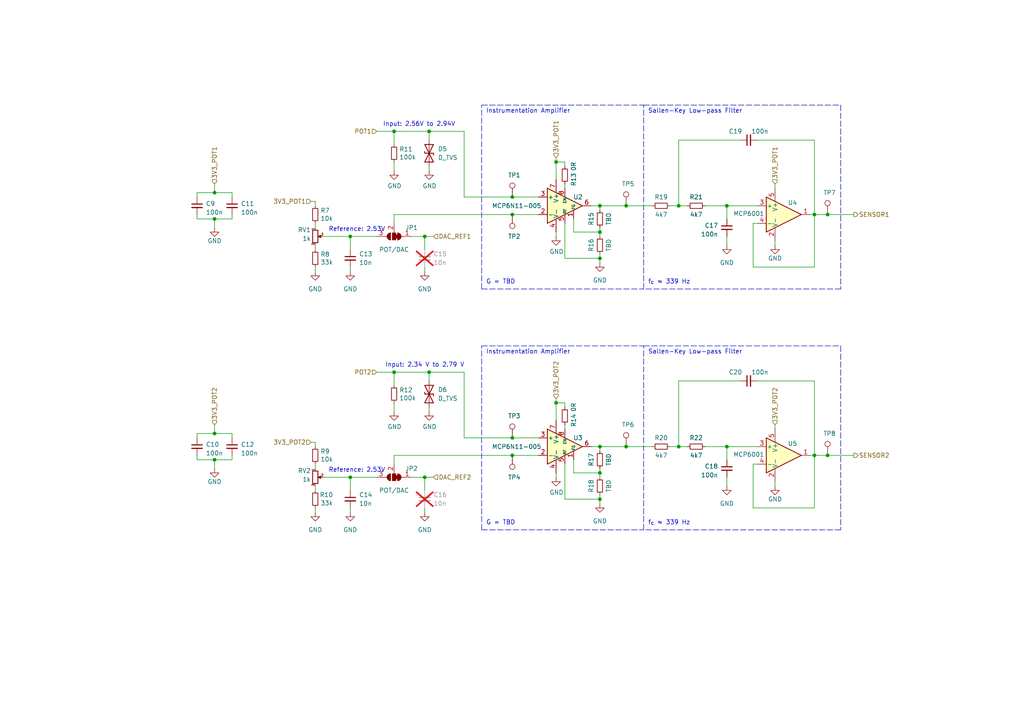
<source format=kicad_sch>
(kicad_sch (version 20230121) (generator eeschema)
  (paper "A4")
  (title_block (date "2023-04-22") (rev "2.0") (company "S. Sambor") (comment 1 "J. Jurczak") (comment 2 "P. Gawron") (comment 3 "I. Kajdan"))
  (lib_symbols
    (symbol "Amplifier_Operational:MCP6001-OT" (pin_names (offset 0.127))
      (property "Reference" "U" (at -1.27 6.35 0))
      (property "Value" "MCP6001-OT" (at -1.27 3.81 0))
      (symbol "MCP6001-OT_0_1"
        (polyline (pts (xy -5.08 5.08) (xy 5.08 0) (xy -5.08 -5.08) (xy -5.08 5.08)) (stroke (width 0.254)) (fill (type background)))
        (pin power_in line (at -2.54 -7.62 90) (length 3.81) (name "V-") (number "2"))
        (pin power_in line (at -2.54 7.62 270) (length 3.81) (name "V+") (number "5"))
      )
      (symbol "MCP6001-OT_1_1"
        (pin output line (at 7.62 0 180) (length 2.54) (name "~") (number "1"))
        (pin input line (at -7.62 2.54 0) (length 2.54) (name "+") (number "3"))
        (pin input line (at -7.62 -2.54 0) (length 2.54) (name "-") (number "4"))
      )
    )
    (symbol "Connector:TestPoint" (pin_numbers hide) (pin_names (offset 0.762) hide)
      (property "Reference" "TP" (at 0 6.858 0))
      (property "Value" "TestPoint" (at 0 5.08 0))
      (symbol "TestPoint_0_1"
        (circle (center 0 3.302) (radius 0.762))
      )
      (symbol "TestPoint_1_1"
        (pin passive line (at 0 0 90) (length 2.54) (name "1") (number "1"))
      )
    )
    (symbol "Device:C_Small" (pin_numbers hide) (pin_names (offset 0.254) hide)
      (property "Reference" "C" (at 0.254 1.778 0))
      (property "Value" "C_Small" (at 0.254 -2.032 0))
      (symbol "C_Small_0_1"
        (polyline (pts (xy -1.524 -0.508) (xy 1.524 -0.508)) (stroke (width 0.3302)))
        (polyline (pts (xy -1.524 0.508) (xy 1.524 0.508)) (stroke (width 0.3048)))
      )
      (symbol "C_Small_1_1"
        (pin passive line (at 0 2.54 270) (length 2.032) (name "~") (number "1"))
        (pin passive line (at 0 -2.54 90) (length 2.032) (name "~") (number "2"))
      )
    )
    (symbol "Device:D_TVS" (pin_numbers hide) (pin_names (offset 1.016) hide)
      (property "Reference" "D" (at 0 2.54 0))
      (property "Value" "D_TVS" (at 0 -2.54 0))
      (symbol "D_TVS_0_1"
        (polyline (pts (xy 1.27 0) (xy -1.27 0)))
        (polyline (pts (xy 0.508 1.27) (xy 0 1.27) (xy 0 -1.27) (xy -0.508 -1.27)) (stroke (width 0.254)))
        (polyline (pts (xy -2.54 1.27) (xy -2.54 -1.27) (xy 2.54 1.27) (xy 2.54 -1.27) (xy -2.54 1.27)) (stroke (width 0.254)))
      )
      (symbol "D_TVS_1_1"
        (pin passive line (at -3.81 0 0) (length 2.54) (name "A1") (number "1"))
        (pin passive line (at 3.81 0 180) (length 2.54) (name "A2") (number "2"))
      )
    )
    (symbol "Device:R_Potentiometer_Small" (pin_names (offset 1.016) hide)
      (property "Reference" "RV" (at -4.445 0 90))
      (property "Value" "R_Potentiometer_Small" (at -2.54 0 90))
      (symbol "R_Potentiometer_Small_0_1"
        (polyline (pts (xy 0.889 0) (xy 0.635 0) (xy 1.651 0.381) (xy 1.651 -0.381) (xy 0.635 0) (xy 0.889 0)) (fill (type outline)))
        (rectangle (start 0.762 1.8034) (end -0.762 -1.8034) (stroke (width 0.254)))
      )
      (symbol "R_Potentiometer_Small_1_1"
        (pin passive line (at 0 2.54 270) (length 0.635) (name "1") (number "1"))
        (pin passive line (at 2.54 0 180) (length 0.9906) (name "2") (number "2"))
        (pin passive line (at 0 -2.54 90) (length 0.635) (name "3") (number "3"))
      )
    )
    (symbol "Device:R_Small" (pin_numbers hide) (pin_names (offset 0.254) hide)
      (property "Reference" "R" (at 0.762 0.508 0))
      (property "Value" "R_Small" (at 0.762 -1.016 0))
      (symbol "R_Small_0_1"
        (rectangle (start -0.762 1.778) (end 0.762 -1.778) (stroke (width 0.2032)))
      )
      (symbol "R_Small_1_1"
        (pin passive line (at 0 2.54 270) (length 0.762) (name "~") (number "1"))
        (pin passive line (at 0 -2.54 90) (length 0.762) (name "~") (number "2"))
      )
    )
    (symbol "Jumper:SolderJumper_3_Bridged12" (pin_names (offset 0) hide)
      (property "Reference" "JP" (at -2.54 -2.54 0))
      (property "Value" "SolderJumper_3_Bridged12" (at 0 2.794 0))
      (symbol "SolderJumper_3_Bridged12_0_1"
        (rectangle (start -1.016 0.508) (end -0.508 -0.508) (fill (type outline)))
        (arc (start -1.016 1.016) (mid -2.0276 0) (end -1.016 -1.016))
        (arc (start -1.016 1.016) (mid -2.0276 0) (end -1.016 -1.016) (fill (type outline)))
        (rectangle (start -0.508 1.016) (end 0.508 -1.016) (fill (type outline)))
        (polyline (pts (xy -2.54 0) (xy -2.032 0)))
        (polyline (pts (xy -1.016 1.016) (xy -1.016 -1.016)))
        (polyline (pts (xy 0 -1.27) (xy 0 -1.016)))
        (polyline (pts (xy 1.016 1.016) (xy 1.016 -1.016)))
        (polyline (pts (xy 2.54 0) (xy 2.032 0)))
        (arc (start 1.016 -1.016) (mid 2.0276 0) (end 1.016 1.016))
        (arc (start 1.016 -1.016) (mid 2.0276 0) (end 1.016 1.016) (fill (type outline)))
      )
      (symbol "SolderJumper_3_Bridged12_1_1"
        (pin passive line (at -5.08 0 0) (length 2.54) (name "A") (number "1"))
        (pin passive line (at 0 -3.81 90) (length 2.54) (name "C") (number "2"))
        (pin passive line (at 5.08 0 180) (length 2.54) (name "B") (number "3"))
      )
    )
    (symbol "MCP6N11:MCP6N11" (pin_names (offset 0.127))
      (property "Reference" "U" (at 3.81 6.35 0))
      (property "Value" "MCP6N11-xE" (at 3.81 3.81 0))
      (symbol "MCP6N11_0_1"
        (polyline (pts (xy -5.08 5.08) (xy 5.08 0) (xy -5.08 -5.08) (xy -5.08 5.08)) (stroke (width 0.254)) (fill (type background)))
      )
      (symbol "MCP6N11_1_1"
        (pin passive line (at 2.54 -3.81 90) (length 2.54) (name "FG") (number "1"))
        (pin input line (at -7.62 -2.54 0) (length 2.54) (name "-") (number "2"))
        (pin input line (at -7.62 2.54 0) (length 2.54) (name "+") (number "3"))
        (pin power_in line (at -2.54 -7.62 90) (length 3.81) (name "V-") (number "4"))
        (pin passive line (at 0 -5.08 90) (length 2.54) (name "RF") (number "5"))
        (pin output line (at 7.62 0 180) (length 2.54) (name "~") (number "6"))
        (pin power_in line (at -2.54 7.62 270) (length 3.81) (name "V+") (number "7"))
        (pin input line (at 0 5.08 270) (length 2.54) (name "EN") (number "8"))
        (pin passive line (at -2.54 -7.62 90) (length 3.81) hide (name "EP") (number "9"))
      )
    )
    (symbol "power:GND" (power) (pin_names (offset 0))
      (property "Value" "GND" (at 0 -3.81 0))
      (symbol "GND_0_1"
        (polyline (pts (xy 0 0) (xy 0 -1.27) (xy 1.27 -1.27) (xy 0 -2.54) (xy -1.27 -1.27) (xy 0 -1.27)))
      )
      (symbol "GND_1_1"
        (pin power_in line (at 0 0 270) (length 0) hide (name "GND") (number "1"))
      )
    )
  )
  (junction (at 240.03 62.23))
  (junction (at 123.19 138.43))
  (junction (at 240.03 132.08))
  (junction (at 101.6 68.58))
  (junction (at 123.19 68.58))
  (junction (at 236.22 132.08))
  (junction (at 161.29 116.84))
  (junction (at 148.59 57.15))
  (junction (at 62.23 55.88))
  (junction (at 196.85 129.54))
  (junction (at 173.99 144.78))
  (junction (at 148.59 127))
  (junction (at 62.23 125.73))
  (junction (at 62.23 133.35))
  (junction (at 114.3 38.1))
  (junction (at 124.46 38.1))
  (junction (at 101.6 138.43))
  (junction (at 210.82 59.69))
  (junction (at 124.46 107.95))
  (junction (at 114.3 107.95))
  (junction (at 210.82 129.54))
  (junction (at 196.85 59.69))
  (junction (at 62.23 63.5))
  (junction (at 173.99 74.93))
  (junction (at 173.99 67.31))
  (junction (at 181.61 129.54))
  (junction (at 173.99 129.54))
  (junction (at 173.99 59.69))
  (junction (at 148.59 132.08))
  (junction (at 148.59 62.23))
  (junction (at 173.99 137.16))
  (junction (at 181.61 59.69))
  (junction (at 161.29 46.99))
  (junction (at 236.22 62.23))
  (wire (pts (xy 101.6 147.32) (xy 101.6 148.59)))
  (wire (pts (xy 173.99 135.89) (xy 173.99 137.16)))
  (wire (pts (xy 134.62 127) (xy 148.59 127)))
  (wire (pts (xy 204.47 59.69) (xy 210.82 59.69)))
  (wire (pts (xy 123.19 68.58) (xy 119.38 68.58)))
  (wire (pts (xy 161.29 116.84) (xy 161.29 121.92)))
  (wire (pts (xy 114.3 62.23) (xy 148.59 62.23)))
  (wire (pts (xy 219.71 110.49) (xy 236.22 110.49)))
  (wire (pts (xy 161.29 68.58) (xy 161.29 67.31)))
  (wire (pts (xy 173.99 59.69) (xy 181.61 59.69)))
  (wire (pts (xy 219.71 40.64) (xy 236.22 40.64)))
  (wire (pts (xy 173.99 67.31) (xy 173.99 68.58)))
  (wire (pts (xy 224.79 71.12) (xy 224.79 69.85)))
  (wire (pts (xy 163.83 64.77) (xy 163.83 74.93)))
  (wire (pts (xy 218.44 147.32) (xy 236.22 147.32)))
  (wire (pts (xy 57.15 125.73) (xy 62.23 125.73)))
  (wire (pts (xy 173.99 66.04) (xy 173.99 67.31)))
  (wire (pts (xy 67.31 125.73) (xy 62.23 125.73)))
  (polyline (pts (xy 139.7 83.82) (xy 139.7 30.48)) (stroke (width 0) (type dash)))
  (wire (pts (xy 101.6 68.58) (xy 101.6 72.39)))
  (wire (pts (xy 91.44 77.47) (xy 91.44 78.74)))
  (wire (pts (xy 219.71 134.62) (xy 218.44 134.62)))
  (wire (pts (xy 173.99 59.69) (xy 173.99 60.96)))
  (wire (pts (xy 173.99 137.16) (xy 173.99 138.43)))
  (wire (pts (xy 210.82 138.43) (xy 210.82 140.97)))
  (polyline (pts (xy 243.84 83.82) (xy 186.69 83.82)) (stroke (width 0) (type dash)))
  (wire (pts (xy 114.3 64.77) (xy 114.3 62.23)))
  (wire (pts (xy 124.46 107.95) (xy 134.62 107.95)))
  (wire (pts (xy 90.17 128.27) (xy 91.44 128.27)))
  (wire (pts (xy 91.44 134.62) (xy 91.44 135.89)))
  (wire (pts (xy 163.83 123.19) (xy 163.83 124.46)))
  (wire (pts (xy 236.22 132.08) (xy 234.95 132.08)))
  (wire (pts (xy 124.46 119.38) (xy 124.46 118.11)))
  (wire (pts (xy 173.99 74.93) (xy 173.99 76.2)))
  (wire (pts (xy 57.15 62.23) (xy 57.15 63.5)))
  (polyline (pts (xy 243.84 153.67) (xy 186.69 153.67)) (stroke (width 0) (type dash)))
  (wire (pts (xy 62.23 66.04) (xy 62.23 63.5)))
  (wire (pts (xy 181.61 59.69) (xy 189.23 59.69)))
  (wire (pts (xy 236.22 62.23) (xy 234.95 62.23)))
  (wire (pts (xy 196.85 129.54) (xy 199.39 129.54)))
  (wire (pts (xy 194.31 59.69) (xy 196.85 59.69)))
  (wire (pts (xy 114.3 119.38) (xy 114.3 116.84)))
  (wire (pts (xy 124.46 49.53) (xy 124.46 48.26)))
  (wire (pts (xy 148.59 127) (xy 156.21 127)))
  (wire (pts (xy 210.82 59.69) (xy 210.82 63.5)))
  (wire (pts (xy 173.99 73.66) (xy 173.99 74.93)))
  (wire (pts (xy 196.85 40.64) (xy 196.85 59.69)))
  (wire (pts (xy 166.37 67.31) (xy 173.99 67.31)))
  (wire (pts (xy 166.37 137.16) (xy 173.99 137.16)))
  (wire (pts (xy 194.31 129.54) (xy 196.85 129.54)))
  (wire (pts (xy 123.19 68.58) (xy 123.19 72.39)))
  (wire (pts (xy 91.44 140.97) (xy 91.44 142.24)))
  (polyline (pts (xy 186.69 83.82) (xy 186.69 30.48)) (stroke (width 0) (type dash)))
  (wire (pts (xy 114.3 134.62) (xy 114.3 132.08)))
  (wire (pts (xy 210.82 129.54) (xy 219.71 129.54)))
  (wire (pts (xy 163.83 134.62) (xy 163.83 144.78)))
  (wire (pts (xy 90.17 58.42) (xy 91.44 58.42)))
  (wire (pts (xy 62.23 125.73) (xy 62.23 123.19)))
  (wire (pts (xy 210.82 59.69) (xy 219.71 59.69)))
  (wire (pts (xy 163.83 46.99) (xy 163.83 48.26)))
  (wire (pts (xy 57.15 55.88) (xy 62.23 55.88)))
  (wire (pts (xy 210.82 68.58) (xy 210.82 71.12)))
  (wire (pts (xy 224.79 123.19) (xy 224.79 124.46)))
  (polyline (pts (xy 243.84 30.48) (xy 243.84 83.82)) (stroke (width 0) (type dash)))
  (wire (pts (xy 124.46 38.1) (xy 134.62 38.1)))
  (wire (pts (xy 224.79 140.97) (xy 224.79 139.7)))
  (wire (pts (xy 123.19 138.43) (xy 123.19 142.24)))
  (wire (pts (xy 196.85 110.49) (xy 196.85 129.54)))
  (wire (pts (xy 163.83 53.34) (xy 163.83 54.61)))
  (wire (pts (xy 163.83 74.93) (xy 173.99 74.93)))
  (wire (pts (xy 62.23 135.89) (xy 62.23 133.35)))
  (wire (pts (xy 57.15 55.88) (xy 57.15 57.15)))
  (wire (pts (xy 124.46 40.64) (xy 124.46 38.1)))
  (wire (pts (xy 219.71 64.77) (xy 218.44 64.77)))
  (wire (pts (xy 114.3 111.76) (xy 114.3 107.95)))
  (wire (pts (xy 101.6 68.58) (xy 109.22 68.58)))
  (wire (pts (xy 67.31 62.23) (xy 67.31 63.5)))
  (wire (pts (xy 67.31 127) (xy 67.31 125.73)))
  (wire (pts (xy 148.59 132.08) (xy 156.21 132.08)))
  (wire (pts (xy 161.29 46.99) (xy 163.83 46.99)))
  (wire (pts (xy 166.37 63.5) (xy 166.37 67.31)))
  (wire (pts (xy 124.46 110.49) (xy 124.46 107.95)))
  (wire (pts (xy 196.85 110.49) (xy 214.63 110.49)))
  (wire (pts (xy 236.22 77.47) (xy 236.22 62.23)))
  (wire (pts (xy 161.29 46.99) (xy 161.29 52.07)))
  (wire (pts (xy 57.15 132.08) (xy 57.15 133.35)))
  (polyline (pts (xy 243.84 100.33) (xy 243.84 153.67)) (stroke (width 0) (type dash)))
  (wire (pts (xy 218.44 77.47) (xy 236.22 77.47)))
  (wire (pts (xy 196.85 40.64) (xy 214.63 40.64)))
  (polyline (pts (xy 139.7 153.67) (xy 186.69 153.67)) (stroke (width 0) (type dash)))
  (wire (pts (xy 236.22 110.49) (xy 236.22 132.08)))
  (wire (pts (xy 171.45 129.54) (xy 173.99 129.54)))
  (wire (pts (xy 161.29 138.43) (xy 161.29 137.16)))
  (wire (pts (xy 236.22 147.32) (xy 236.22 132.08)))
  (wire (pts (xy 236.22 132.08) (xy 240.03 132.08)))
  (wire (pts (xy 134.62 57.15) (xy 148.59 57.15)))
  (polyline (pts (xy 139.7 30.48) (xy 186.69 30.48)) (stroke (width 0) (type dash)))
  (wire (pts (xy 67.31 55.88) (xy 62.23 55.88)))
  (wire (pts (xy 91.44 58.42) (xy 91.44 59.69)))
  (wire (pts (xy 91.44 71.12) (xy 91.44 72.39)))
  (wire (pts (xy 240.03 62.23) (xy 247.65 62.23)))
  (wire (pts (xy 67.31 57.15) (xy 67.31 55.88)))
  (wire (pts (xy 114.3 41.91) (xy 114.3 38.1)))
  (wire (pts (xy 57.15 63.5) (xy 62.23 63.5)))
  (wire (pts (xy 134.62 107.95) (xy 134.62 127)))
  (wire (pts (xy 240.03 132.08) (xy 247.65 132.08)))
  (wire (pts (xy 224.79 53.34) (xy 224.79 54.61)))
  (wire (pts (xy 114.3 107.95) (xy 124.46 107.95)))
  (wire (pts (xy 62.23 55.88) (xy 62.23 53.34)))
  (wire (pts (xy 134.62 38.1) (xy 134.62 57.15)))
  (wire (pts (xy 210.82 129.54) (xy 210.82 133.35)))
  (wire (pts (xy 196.85 59.69) (xy 199.39 59.69)))
  (wire (pts (xy 123.19 147.32) (xy 123.19 148.59)))
  (wire (pts (xy 161.29 115.57) (xy 161.29 116.84)))
  (wire (pts (xy 109.22 107.95) (xy 114.3 107.95)))
  (wire (pts (xy 171.45 59.69) (xy 173.99 59.69)))
  (wire (pts (xy 181.61 129.54) (xy 189.23 129.54)))
  (wire (pts (xy 101.6 138.43) (xy 109.22 138.43)))
  (wire (pts (xy 166.37 133.35) (xy 166.37 137.16)))
  (wire (pts (xy 93.98 68.58) (xy 101.6 68.58)))
  (wire (pts (xy 114.3 38.1) (xy 124.46 38.1)))
  (wire (pts (xy 67.31 132.08) (xy 67.31 133.35)))
  (wire (pts (xy 91.44 147.32) (xy 91.44 148.59)))
  (wire (pts (xy 218.44 134.62) (xy 218.44 147.32)))
  (wire (pts (xy 67.31 63.5) (xy 62.23 63.5)))
  (wire (pts (xy 148.59 62.23) (xy 156.21 62.23)))
  (wire (pts (xy 173.99 144.78) (xy 173.99 146.05)))
  (polyline (pts (xy 139.7 100.33) (xy 186.69 100.33)) (stroke (width 0) (type dash)))
  (wire (pts (xy 67.31 133.35) (xy 62.23 133.35)))
  (wire (pts (xy 91.44 128.27) (xy 91.44 129.54)))
  (wire (pts (xy 173.99 143.51) (xy 173.99 144.78)))
  (wire (pts (xy 236.22 40.64) (xy 236.22 62.23)))
  (wire (pts (xy 204.47 129.54) (xy 210.82 129.54)))
  (wire (pts (xy 57.15 133.35) (xy 62.23 133.35)))
  (polyline (pts (xy 186.69 100.33) (xy 243.84 100.33)) (stroke (width 0) (type dash)))
  (wire (pts (xy 173.99 129.54) (xy 181.61 129.54)))
  (wire (pts (xy 123.19 68.58) (xy 125.73 68.58)))
  (polyline (pts (xy 139.7 83.82) (xy 186.69 83.82)) (stroke (width 0) (type dash)))
  (wire (pts (xy 236.22 62.23) (xy 240.03 62.23)))
  (wire (pts (xy 173.99 129.54) (xy 173.99 130.81)))
  (wire (pts (xy 114.3 132.08) (xy 148.59 132.08)))
  (wire (pts (xy 93.98 138.43) (xy 101.6 138.43)))
  (wire (pts (xy 123.19 138.43) (xy 125.73 138.43)))
  (wire (pts (xy 163.83 118.11) (xy 163.83 116.84)))
  (wire (pts (xy 114.3 49.53) (xy 114.3 46.99)))
  (polyline (pts (xy 186.69 30.48) (xy 243.84 30.48)) (stroke (width 0) (type dash)))
  (polyline (pts (xy 186.69 153.67) (xy 186.69 100.33)) (stroke (width 0) (type dash)))
  (wire (pts (xy 123.19 138.43) (xy 119.38 138.43)))
  (wire (pts (xy 109.22 38.1) (xy 114.3 38.1)))
  (wire (pts (xy 101.6 77.47) (xy 101.6 78.74)))
  (wire (pts (xy 161.29 45.72) (xy 161.29 46.99)))
  (wire (pts (xy 148.59 57.15) (xy 156.21 57.15)))
  (wire (pts (xy 57.15 125.73) (xy 57.15 127)))
  (polyline (pts (xy 139.7 153.67) (xy 139.7 100.33)) (stroke (width 0) (type dash)))
  (wire (pts (xy 101.6 138.43) (xy 101.6 142.24)))
  (wire (pts (xy 163.83 144.78) (xy 173.99 144.78)))
  (wire (pts (xy 123.19 77.47) (xy 123.19 78.74)))
  (wire (pts (xy 91.44 64.77) (xy 91.44 66.04)))
  (wire (pts (xy 218.44 64.77) (xy 218.44 77.47)))
  (wire (pts (xy 161.29 116.84) (xy 163.83 116.84)))
  (text "Instrumentation Amplifier" (at 140.97 102.87 0) (effects (font (size 1.27 1.27)) (justify left bottom)))
  (text "Input: 2.56V to 2.94V" (at 132.08 36.83 0) (effects (font (size 1.27 1.27)) (justify right bottom)))
  (text "G = TBD" (at 140.97 152.4 0) (effects (font (size 1.27 1.27)) (justify left bottom)))
  (text "Reference: 2.53V" (at 111.76 137.16 0) (effects (font (size 1.27 1.27)) (justify right bottom)))
  (text "Input: 2.34 V to 2.79 V" (at 111.76 106.68 0) (effects (font (size 1.27 1.27)) (justify left bottom)))
  (text "f_{c} ≈ 339 Hz" (at 187.96 82.55 0) (effects (font (size 1.27 1.27)) (justify left bottom)))
  (text "Reference: 2.53V" (at 111.76 67.31 0) (effects (font (size 1.27 1.27)) (justify right bottom)))
  (text "Sallen-Key Low-pass Filter" (at 187.96 102.87 0) (effects (font (size 1.27 1.27)) (justify left bottom)))
  (text "Instrumentation Amplifier" (at 140.97 33.02 0) (effects (font (size 1.27 1.27)) (justify left bottom)))
  (text "G = TBD" (at 140.97 82.55 0) (effects (font (size 1.27 1.27)) (justify left bottom)))
  (text "f_{c} ≈ 339 Hz" (at 187.96 152.4 0) (effects (font (size 1.27 1.27)) (justify left bottom)))
  (text "Sallen-Key Low-pass Filter" (at 187.96 33.02 0) (effects (font (size 1.27 1.27)) (justify left bottom)))
  (hierarchical_label "POT1" (shape input) (at 109.22 38.1 180))
  (hierarchical_label "SENSOR1" (shape output) (at 247.65 62.23 0))
  (hierarchical_label "3V3_POT1" (shape input) (at 62.23 53.34 90))
  (hierarchical_label "3V3_POT1" (shape input) (at 224.79 53.34 90))
  (hierarchical_label "DAC_REF1" (shape input) (at 125.73 68.58 0))
  (hierarchical_label "3V3_POT2" (shape input) (at 161.29 115.57 90))
  (hierarchical_label "3V3_POT1" (shape input) (at 90.17 58.42 180))
  (hierarchical_label "3V3_POT1" (shape input) (at 161.29 45.72 90))
  (hierarchical_label "SENSOR2" (shape output) (at 247.65 132.08 0))
  (hierarchical_label "3V3_POT2" (shape input) (at 224.79 123.19 90))
  (hierarchical_label "POT2" (shape input) (at 109.22 107.95 180))
  (hierarchical_label "3V3_POT2" (shape input) (at 90.17 128.27 180))
  (hierarchical_label "DAC_REF2" (shape input) (at 125.73 138.43 0))
  (hierarchical_label "3V3_POT2" (shape input) (at 62.23 123.19 90))
  (symbol (lib_id "Connector:TestPoint") (at 181.61 59.69 0) (unit 1)
    (property "Reference" "TP5" (at 180.34 53.34 0) (effects (justify left)))
    (property "Value" "O1" (effects hide))
    (property "Footprint" "TestPoint:TestPoint_Pad_1.0x1.0mm" (effects hide))
  )
  (symbol (lib_id "power:GND") (at 62.23 66.04 0) (unit 1)
    (property "Reference" "#PWR010" (effects hide))
    (property "Value" "GND" (at 62.23 69.85 0))
  )
  (symbol (lib_id "Device:R_Potentiometer_Small") (at 91.44 68.58 0) (unit 1)
    (property "Reference" "RV1" (at 90.17 66.675 0) (effects (justify right)))
    (property "Value" "1k" (at 90.17 69.215 0) (effects (justify right)))
    (property "Footprint" "Potentiometer_SMD:Potentiometer_Bourns_3214J_Horizontal" (effects hide))
  )
  (symbol (lib_id "Device:C_Small") (at 210.82 66.04 0) (mirror y) (unit 1)
    (property "Reference" "C17" (at 208.28 65.4113 0) (effects (justify left)))
    (property "Value" "100n" (at 208.28 67.9513 0) (effects (justify left)))
    (property "Footprint" "Capacitor_SMD:C_0603_1608Metric_Pad1.08x0.95mm_HandSolder" (effects hide))
  )
  (symbol (lib_id "Connector:TestPoint") (at 148.59 62.23 180) (unit 1)
    (property "Reference" "TP2" (at 147.32 68.58 0) (effects (justify right)))
    (property "Value" "N1" (effects hide))
    (property "Footprint" "TestPoint:TestPoint_Pad_1.0x1.0mm" (effects hide))
  )
  (symbol (lib_id "Connector:TestPoint") (at 240.03 132.08 0) (unit 1)
    (property "Reference" "TP8" (at 238.76 125.73 0) (effects (justify left)))
    (property "Value" "F2" (effects hide))
    (property "Footprint" "TestPoint:TestPoint_Pad_1.0x1.0mm" (effects hide))
  )
  (symbol (lib_id "Device:R_Small") (at 191.77 129.54 90) (unit 1)
    (property "Reference" "R20" (at 191.77 127 90))
    (property "Value" "4k7" (at 191.77 132.08 90))
    (property "Footprint" "Resistor_SMD:R_0603_1608Metric_Pad0.98x0.95mm_HandSolder" (effects hide))
  )
  (symbol (lib_id "power:GND") (at 173.99 146.05 0) (unit 1)
    (property "Reference" "#PWR025" (effects hide))
    (property "Value" "GND" (at 173.99 151.13 0))
  )
  (symbol (lib_id "power:GND") (at 210.82 71.12 0) (unit 1)
    (property "Reference" "#PWR026" (effects hide))
    (property "Value" "GND" (at 210.82 76.2 0))
  )
  (symbol (lib_id "power:GND") (at 91.44 78.74 0) (unit 1)
    (property "Reference" "#PWR012" (effects hide))
    (property "Value" "GND" (at 91.44 83.82 0))
  )
  (symbol (lib_id "Device:R_Small") (at 91.44 62.23 0) (unit 1)
    (property "Reference" "R7" (at 92.9386 61.0616 0) (effects (justify left)))
    (property "Value" "10k" (at 92.9386 63.373 0) (effects (justify left)))
    (property "Footprint" "Resistor_SMD:R_0603_1608Metric_Pad0.98x0.95mm_HandSolder" (effects hide))
  )
  (symbol (lib_id "Device:R_Small") (at 191.77 59.69 90) (unit 1)
    (property "Reference" "R19" (at 191.77 57.15 90))
    (property "Value" "4k7" (at 191.77 62.23 90))
    (property "Footprint" "Resistor_SMD:R_0603_1608Metric_Pad0.98x0.95mm_HandSolder" (effects hide))
  )
  (symbol (lib_id "power:GND") (at 123.19 78.74 0) (unit 1)
    (property "Reference" "#PWR018" (effects hide))
    (property "Value" "GND" (at 123.19 83.82 0))
  )
  (symbol (lib_id "Amplifier_Operational:MCP6001-OT") (at 227.33 132.08 0) (unit 1)
    (property "Reference" "U5" (at 229.87 128.6511 0))
    (property "Value" "MCP6001" (at 217.17 131.81 0))
    (property "Footprint" "Package_TO_SOT_SMD:SOT-23-5" (effects hide))
    (property "Datasheet" "http://ww1.microchip.com/downloads/en/DeviceDoc/21733j.pdf" (effects hide))
  )
  (symbol (lib_id "power:GND") (at 101.6 78.74 0) (unit 1)
    (property "Reference" "#PWR014" (effects hide))
    (property "Value" "GND" (at 101.6 83.82 0))
  )
  (symbol (lib_id "Device:C_Small") (at 123.19 74.93 0) (unit 1) (dnp yes)
    (property "Reference" "C15" (at 125.73 73.66 0) (effects (justify left)))
    (property "Value" "10n" (at 125.73 76.2 0) (effects (justify left)))
    (property "Footprint" "Capacitor_SMD:C_0603_1608Metric_Pad1.08x0.95mm_HandSolder" (effects hide))
  )
  (symbol (lib_id "Device:R_Small") (at 173.99 140.97 180) (unit 1)
    (property "Reference" "R18" (at 171.45 140.97 90))
    (property "Value" "TBD" (at 176.53 140.97 90))
    (property "Footprint" "Resistor_SMD:R_0603_1608Metric_Pad0.98x0.95mm_HandSolder" (effects hide))
  )
  (symbol (lib_id "power:GND") (at 62.23 135.89 0) (unit 1)
    (property "Reference" "#PWR011" (effects hide))
    (property "Value" "GND" (at 62.23 139.7 0))
  )
  (symbol (lib_id "Device:C_Small") (at 57.15 59.69 0) (unit 1)
    (property "Reference" "C9" (at 59.69 59.0613 0) (effects (justify left)))
    (property "Value" "100n" (at 59.69 61.6013 0) (effects (justify left)))
    (property "Footprint" "Capacitor_SMD:C_0603_1608Metric_Pad1.08x0.95mm_HandSolder" (effects hide))
  )
  (symbol (lib_id "Device:R_Small") (at 201.93 129.54 90) (unit 1)
    (property "Reference" "R22" (at 201.93 127 90))
    (property "Value" "4k7" (at 201.93 132.08 90))
    (property "Footprint" "Resistor_SMD:R_0603_1608Metric_Pad0.98x0.95mm_HandSolder" (effects hide))
  )
  (symbol (lib_id "Device:D_TVS") (at 124.46 114.3 90) (unit 1)
    (property "Reference" "D6" (at 127 113.0299 90) (effects (justify right)))
    (property "Value" "D_TVS" (at 127 115.5699 90) (effects (justify right)))
    (property "Footprint" "Diode_SMD:D_0603_1608Metric_Pad1.05x0.95mm_HandSolder" (effects hide))
  )
  (symbol (lib_id "Device:R_Potentiometer_Small") (at 91.44 138.43 0) (unit 1)
    (property "Reference" "RV2" (at 90.17 136.525 0) (effects (justify right)))
    (property "Value" "1k" (at 90.17 139.065 0) (effects (justify right)))
    (property "Footprint" "Potentiometer_SMD:Potentiometer_Bourns_3214J_Horizontal" (effects hide))
  )
  (symbol (lib_id "Connector:TestPoint") (at 240.03 62.23 0) (unit 1)
    (property "Reference" "TP7" (at 238.76 55.88 0) (effects (justify left)))
    (property "Value" "F1" (effects hide))
    (property "Footprint" "TestPoint:TestPoint_Pad_1.0x1.0mm" (effects hide))
  )
  (symbol (lib_id "Device:R_Small") (at 163.83 120.65 180) (unit 1)
    (property "Reference" "R14" (at 166.37 121.92 90))
    (property "Value" "0R" (at 166.37 118.11 90))
    (property "Footprint" "Resistor_SMD:R_0603_1608Metric_Pad0.98x0.95mm_HandSolder" (effects hide))
  )
  (symbol (lib_id "Connector:TestPoint") (at 181.61 129.54 0) (unit 1)
    (property "Reference" "TP6" (at 180.34 123.19 0) (effects (justify left)))
    (property "Value" "O2" (effects hide))
    (property "Footprint" "TestPoint:TestPoint_Pad_1.0x1.0mm" (effects hide))
  )
  (symbol (lib_id "Amplifier_Operational:MCP6001-OT") (at 227.33 62.23 0) (unit 1)
    (property "Reference" "U4" (at 229.87 58.8011 0))
    (property "Value" "MCP6001" (at 217.17 61.96 0))
    (property "Footprint" "Package_TO_SOT_SMD:SOT-23-5" (effects hide))
    (property "Datasheet" "http://ww1.microchip.com/downloads/en/DeviceDoc/21733j.pdf" (effects hide))
  )
  (symbol (lib_id "Jumper:SolderJumper_3_Bridged12") (at 114.3 138.43 180) (unit 1)
    (property "Reference" "JP2" (at 119.38 135.89 0))
    (property "Value" "POT/DAC" (at 114.3 142.24 0))
    (property "Footprint" "Jumper:SolderJumper-3_P1.3mm_Bridged12_RoundedPad1.0x1.5mm" (effects hide))
  )
  (symbol (lib_id "Device:R_Small") (at 173.99 133.35 180) (unit 1)
    (property "Reference" "R17" (at 171.45 133.35 90))
    (property "Value" "TBD" (at 176.53 133.35 90))
    (property "Footprint" "Resistor_SMD:R_0603_1608Metric_Pad0.98x0.95mm_HandSolder" (effects hide))
  )
  (symbol (lib_id "Jumper:SolderJumper_3_Bridged12") (at 114.3 68.58 180) (unit 1)
    (property "Reference" "JP1" (at 119.38 66.04 0))
    (property "Value" "POT/DAC" (at 114.3 72.39 0))
    (property "Footprint" "Jumper:SolderJumper-3_P1.3mm_Bridged12_RoundedPad1.0x1.5mm" (effects hide))
  )
  (symbol (lib_id "Device:R_Small") (at 173.99 63.5 180) (unit 1)
    (property "Reference" "R15" (at 171.45 63.5 90))
    (property "Value" "TBD" (at 176.53 63.5 90))
    (property "Footprint" "Resistor_SMD:R_0603_1608Metric_Pad0.98x0.95mm_HandSolder" (effects hide))
  )
  (symbol (lib_id "MCP6N11:MCP6N11") (at 163.83 129.54 0) (unit 1)
    (property "Reference" "U3" (at 167.64 127 0))
    (property "Value" "MCP6N11-005\n" (at 149.86 129.54 0))
    (property "Footprint" "Package_DFN_QFN:TDFN-8-1EP_3x2mm_P0.5mm_EP1.3x1.4mm" (effects hide))
    (property "Datasheet" "https://ww1.microchip.com/downloads/en/DeviceDoc/25073A.pdf" (effects hide))
  )
  (symbol (lib_id "Device:C_Small") (at 210.82 135.89 0) (mirror y) (unit 1)
    (property "Reference" "C18" (at 208.28 135.2613 0) (effects (justify left)))
    (property "Value" "100n" (at 208.28 137.8013 0) (effects (justify left)))
    (property "Footprint" "Capacitor_SMD:C_0603_1608Metric_Pad1.08x0.95mm_HandSolder" (effects hide))
  )
  (symbol (lib_id "power:GND") (at 124.46 119.38 0) (unit 1)
    (property "Reference" "#PWR021" (effects hide))
    (property "Value" "GND" (at 124.587 123.7742 0))
  )
  (symbol (lib_id "Device:D_TVS") (at 124.46 44.45 90) (unit 1)
    (property "Reference" "D5" (at 127 43.1799 90) (effects (justify right)))
    (property "Value" "D_TVS" (at 127 45.7199 90) (effects (justify right)))
    (property "Footprint" "Diode_SMD:D_0603_1608Metric_Pad1.05x0.95mm_HandSolder" (effects hide))
  )
  (symbol (lib_id "Device:R_Small") (at 91.44 132.08 0) (unit 1)
    (property "Reference" "R9" (at 92.9386 130.9116 0) (effects (justify left)))
    (property "Value" "10k" (at 92.9386 133.223 0) (effects (justify left)))
    (property "Footprint" "Resistor_SMD:R_0603_1608Metric_Pad0.98x0.95mm_HandSolder" (effects hide))
  )
  (symbol (lib_id "Device:R_Small") (at 91.44 74.93 0) (unit 1)
    (property "Reference" "R8" (at 92.9386 73.7616 0) (effects (justify left)))
    (property "Value" "33k" (at 92.9386 76.073 0) (effects (justify left)))
    (property "Footprint" "Resistor_SMD:R_0603_1608Metric_Pad0.98x0.95mm_HandSolder" (effects hide))
  )
  (symbol (lib_id "power:GND") (at 173.99 76.2 0) (unit 1)
    (property "Reference" "#PWR024" (effects hide))
    (property "Value" "GND" (at 173.99 81.28 0))
  )
  (symbol (lib_id "Device:C_Small") (at 67.31 129.54 0) (unit 1)
    (property "Reference" "C12" (at 69.85 128.9113 0) (effects (justify left)))
    (property "Value" "100n" (at 69.85 131.4513 0) (effects (justify left)))
    (property "Footprint" "Capacitor_SMD:C_0603_1608Metric_Pad1.08x0.95mm_HandSolder" (effects hide))
  )
  (symbol (lib_id "Connector:TestPoint") (at 148.59 57.15 0) (unit 1)
    (property "Reference" "TP1" (at 147.32 50.8 0) (effects (justify left)))
    (property "Value" "P1" (effects hide))
    (property "Footprint" "TestPoint:TestPoint_Pad_1.0x1.0mm" (effects hide))
  )
  (symbol (lib_id "Device:R_Small") (at 91.44 144.78 0) (unit 1)
    (property "Reference" "R10" (at 92.71 143.51 0) (effects (justify left)))
    (property "Value" "33k" (at 92.9386 145.923 0) (effects (justify left)))
    (property "Footprint" "Resistor_SMD:R_0603_1608Metric_Pad0.98x0.95mm_HandSolder" (effects hide))
  )
  (symbol (lib_id "power:GND") (at 114.3 119.38 0) (unit 1)
    (property "Reference" "#PWR017" (effects hide))
    (property "Value" "GND" (at 114.427 123.7742 0))
  )
  (symbol (lib_id "power:GND") (at 224.79 71.12 0) (unit 1)
    (property "Reference" "#PWR028" (effects hide))
    (property "Value" "GND" (at 224.79 74.93 0))
  )
  (symbol (lib_id "power:GND") (at 123.19 148.59 0) (unit 1)
    (property "Reference" "#PWR019" (effects hide))
    (property "Value" "GND" (at 123.19 153.67 0))
  )
  (symbol (lib_id "Device:R_Small") (at 173.99 71.12 180) (unit 1)
    (property "Reference" "R16" (at 171.45 71.12 90))
    (property "Value" "TBD" (at 176.53 71.12 90))
    (property "Footprint" "Resistor_SMD:R_0603_1608Metric_Pad0.98x0.95mm_HandSolder" (effects hide))
  )
  (symbol (lib_id "Device:R_Small") (at 201.93 59.69 90) (unit 1)
    (property "Reference" "R21" (at 201.93 57.15 90))
    (property "Value" "4k7" (at 201.93 62.23 90))
    (property "Footprint" "Resistor_SMD:R_0603_1608Metric_Pad0.98x0.95mm_HandSolder" (effects hide))
  )
  (symbol (lib_id "power:GND") (at 210.82 140.97 0) (unit 1)
    (property "Reference" "#PWR027" (effects hide))
    (property "Value" "GND" (at 210.82 146.05 0))
  )
  (symbol (lib_id "power:GND") (at 114.3 49.53 0) (unit 1)
    (property "Reference" "#PWR016" (effects hide))
    (property "Value" "GND" (at 114.427 53.9242 0))
  )
  (symbol (lib_id "MCP6N11:MCP6N11") (at 163.83 59.69 0) (unit 1)
    (property "Reference" "U2" (at 167.64 57.15 0))
    (property "Value" "MCP6N11-005\n" (at 149.86 59.69 0))
    (property "Footprint" "Package_DFN_QFN:TDFN-8-1EP_3x2mm_P0.5mm_EP1.3x1.4mm" (effects hide))
    (property "Datasheet" "https://ww1.microchip.com/downloads/en/DeviceDoc/25073A.pdf" (effects hide))
  )
  (symbol (lib_id "Device:R_Small") (at 163.83 50.8 180) (unit 1)
    (property "Reference" "R13" (at 166.37 52.07 90))
    (property "Value" "0R" (at 166.37 48.26 90))
    (property "Footprint" "Resistor_SMD:R_0603_1608Metric_Pad0.98x0.95mm_HandSolder" (effects hide))
  )
  (symbol (lib_id "Device:R_Small") (at 114.3 114.3 0) (unit 1)
    (property "Reference" "R12" (at 115.7986 113.1316 0) (effects (justify left)))
    (property "Value" "100k" (at 115.7986 115.443 0) (effects (justify left)))
    (property "Footprint" "Resistor_SMD:R_0603_1608Metric_Pad0.98x0.95mm_HandSolder" (effects hide))
  )
  (symbol (lib_id "Connector:TestPoint") (at 148.59 132.08 180) (unit 1)
    (property "Reference" "TP4" (at 147.32 138.43 0) (effects (justify right)))
    (property "Value" "N2" (effects hide))
    (property "Footprint" "TestPoint:TestPoint_Pad_1.0x1.0mm" (effects hide))
  )
  (symbol (lib_id "Device:C_Small") (at 217.17 40.64 90) (unit 1)
    (property "Reference" "C19" (at 215.2713 38.1 90) (effects (justify left)))
    (property "Value" "100n" (at 222.8913 38.1 90) (effects (justify left)))
    (property "Footprint" "Capacitor_SMD:C_0603_1608Metric_Pad1.08x0.95mm_HandSolder" (effects hide))
  )
  (symbol (lib_id "Connector:TestPoint") (at 148.59 127 0) (unit 1)
    (property "Reference" "TP3" (at 147.32 120.65 0) (effects (justify left)))
    (property "Value" "P2" (effects hide))
    (property "Footprint" "TestPoint:TestPoint_Pad_1.0x1.0mm" (effects hide))
  )
  (symbol (lib_id "Device:C_Small") (at 217.17 110.49 90) (unit 1)
    (property "Reference" "C20" (at 215.2713 107.95 90) (effects (justify left)))
    (property "Value" "100n" (at 222.8913 107.95 90) (effects (justify left)))
    (property "Footprint" "Capacitor_SMD:C_0603_1608Metric_Pad1.08x0.95mm_HandSolder" (effects hide))
  )
  (symbol (lib_id "Device:C_Small") (at 57.15 129.54 0) (unit 1)
    (property "Reference" "C10" (at 59.69 128.9113 0) (effects (justify left)))
    (property "Value" "100n" (at 59.69 131.4513 0) (effects (justify left)))
    (property "Footprint" "Capacitor_SMD:C_0603_1608Metric_Pad1.08x0.95mm_HandSolder" (effects hide))
  )
  (symbol (lib_id "Device:C_Small") (at 101.6 74.93 0) (unit 1)
    (property "Reference" "C13" (at 104.14 73.66 0) (effects (justify left)))
    (property "Value" "10n" (at 104.14 76.2 0) (effects (justify left)))
    (property "Footprint" "Capacitor_SMD:C_0603_1608Metric_Pad1.08x0.95mm_HandSolder" (effects hide))
  )
  (symbol (lib_id "Device:C_Small") (at 123.19 144.78 0) (unit 1) (dnp yes)
    (property "Reference" "C16" (at 125.73 143.51 0) (effects (justify left)))
    (property "Value" "10n" (at 125.73 146.05 0) (effects (justify left)))
    (property "Footprint" "Capacitor_SMD:C_0603_1608Metric_Pad1.08x0.95mm_HandSolder" (effects hide))
  )
  (symbol (lib_id "power:GND") (at 124.46 49.53 0) (unit 1)
    (property "Reference" "#PWR020" (effects hide))
    (property "Value" "GND" (at 124.587 53.9242 0))
  )
  (symbol (lib_id "Device:C_Small") (at 101.6 144.78 0) (unit 1)
    (property "Reference" "C14" (at 104.14 143.51 0) (effects (justify left)))
    (property "Value" "10n" (at 104.14 146.05 0) (effects (justify left)))
    (property "Footprint" "Capacitor_SMD:C_0603_1608Metric_Pad1.08x0.95mm_HandSolder" (effects hide))
  )
  (symbol (lib_id "power:GND") (at 91.44 148.59 0) (unit 1)
    (property "Reference" "#PWR013" (effects hide))
    (property "Value" "GND" (at 91.44 153.67 0))
  )
  (symbol (lib_id "power:GND") (at 224.79 140.97 0) (unit 1)
    (property "Reference" "#PWR029" (effects hide))
    (property "Value" "GND" (at 224.79 144.78 0))
  )
  (symbol (lib_id "power:GND") (at 161.29 68.58 0) (unit 1)
    (property "Reference" "#PWR022" (effects hide))
    (property "Value" "GND" (at 161.417 72.9742 0))
  )
  (symbol (lib_id "Device:C_Small") (at 67.31 59.69 0) (unit 1)
    (property "Reference" "C11" (at 69.85 59.0613 0) (effects (justify left)))
    (property "Value" "100n" (at 69.85 61.6013 0) (effects (justify left)))
    (property "Footprint" "Capacitor_SMD:C_0603_1608Metric_Pad1.08x0.95mm_HandSolder" (effects hide))
  )
  (symbol (lib_id "Device:R_Small") (at 114.3 44.45 0) (unit 1)
    (property "Reference" "R11" (at 115.7986 43.2816 0) (effects (justify left)))
    (property "Value" "100k" (at 115.7986 45.593 0) (effects (justify left)))
    (property "Footprint" "Resistor_SMD:R_0603_1608Metric_Pad0.98x0.95mm_HandSolder" (effects hide))
  )
  (symbol (lib_id "power:GND") (at 101.6 148.59 0) (unit 1)
    (property "Reference" "#PWR015" (effects hide))
    (property "Value" "GND" (at 101.6 153.67 0))
  )
  (symbol (lib_id "power:GND") (at 161.29 138.43 0) (unit 1)
    (property "Reference" "#PWR023" (effects hide))
    (property "Value" "GND" (at 161.417 142.8242 0))
  )
)
</source>
